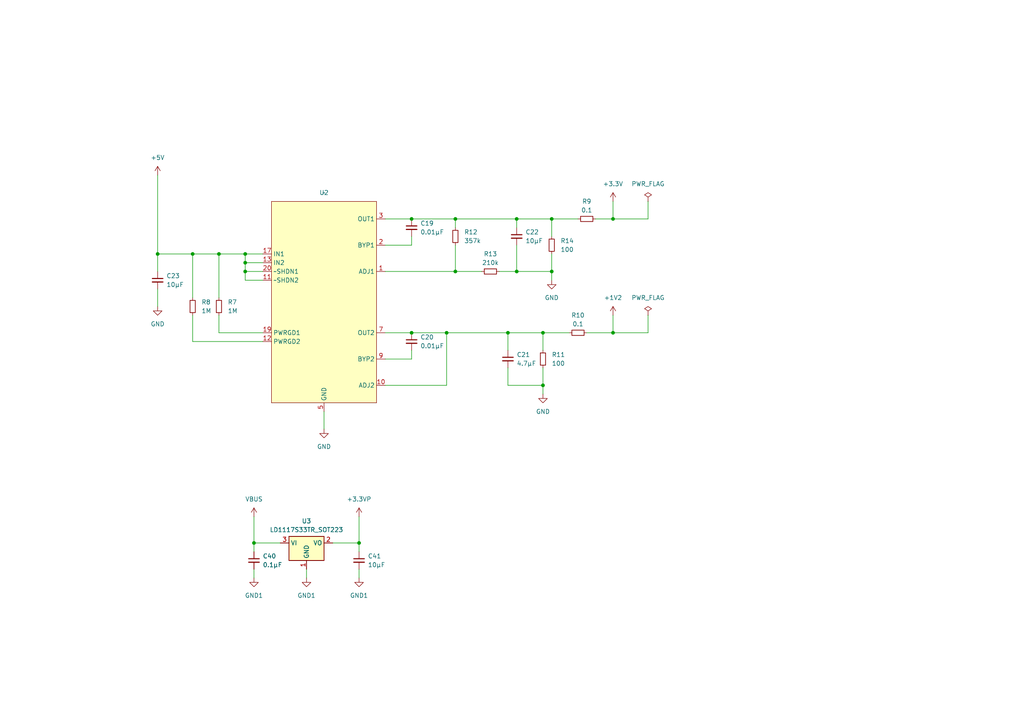
<source format=kicad_sch>
(kicad_sch (version 20230121) (generator eeschema)
  (paper "A4")
  (lib_symbols
    (symbol "Device:C_Small" (pin_numbers hide) (pin_names (offset 0.254) hide)
      (property "Reference" "C" (at 0.254 1.778 0))
      (property "Value" "C_Small" (at 0.254 -2.032 0))
      (symbol "C_Small_0_1"
        (polyline (pts (xy -1.524 -0.508) (xy 1.524 -0.508)) (stroke (width 0.3302)))
        (polyline (pts (xy -1.524 0.508) (xy 1.524 0.508)) (stroke (width 0.3048)))
      )
      (symbol "C_Small_1_1"
        (pin passive line (at 0 2.54 270) (length 2.032) (name "~") (number "1"))
        (pin passive line (at 0 -2.54 90) (length 2.032) (name "~") (number "2"))
      )
    )
    (symbol "Device:R_Small" (pin_numbers hide) (pin_names (offset 0.254) hide)
      (property "Reference" "R" (at 0.762 0.508 0))
      (property "Value" "R_Small" (at 0.762 -1.016 0))
      (symbol "R_Small_0_1"
        (rectangle (start -0.762 1.778) (end 0.762 -1.778) (stroke (width 0.2032)))
      )
      (symbol "R_Small_1_1"
        (pin passive line (at 0 2.54 270) (length 0.762) (name "~") (number "1"))
        (pin passive line (at 0 -2.54 90) (length 0.762) (name "~") (number "2"))
      )
    )
    (symbol "Pavel:LT3030"
      (property "Reference" "U" (at 0 0 0))
      (symbol "LT3030_1_1"
        (rectangle (start -15.24 -2.54) (end 15.24 -60.96) (fill (type background)))
        (pin input line (at 17.78 -22.86 180) (length 2.54) (name "ADJ1") (number "1"))
        (pin input line (at 17.78 -55.88 180) (length 2.54) (name "ADJ2") (number "10"))
        (pin input line (at -17.78 -25.4 0) (length 2.54) (name "~SHDN2") (number "11"))
        (pin input line (at -17.78 -43.18 0) (length 2.54) (name "PWRGD2") (number "12"))
        (pin input line (at -17.78 -20.32 0) (length 2.54) (name "IN2") (number "13"))
        (pin input line (at -17.78 -20.32 0) (length 2.54) hide (name "IN2") (number "14"))
        (pin passive line (at 0 -63.5 90) (length 2.54) hide (name "GND") (number "15"))
        (pin passive line (at 0 -63.5 90) (length 2.54) hide (name "GND") (number "16"))
        (pin input line (at -17.78 -17.78 0) (length 2.54) (name "IN1") (number "17"))
        (pin input line (at -17.78 -17.78 0) (length 2.54) hide (name "IN1") (number "18"))
        (pin input line (at -17.78 -40.64 0) (length 2.54) (name "PWRGD1") (number "19"))
        (pin input line (at 17.78 -15.24 180) (length 2.54) (name "BYP1") (number "2"))
        (pin input line (at -17.78 -22.86 0) (length 2.54) (name "~SHDN1") (number "20"))
        (pin passive line (at 0 -63.5 90) (length 2.54) hide (name "EXPOSED_PIN") (number "21"))
        (pin output line (at 17.78 -7.62 180) (length 2.54) (name "OUT1") (number "3"))
        (pin output line (at 17.78 -7.62 180) (length 2.54) hide (name "OUT1") (number "4"))
        (pin passive line (at 0 -63.5 90) (length 2.54) (name "GND") (number "5"))
        (pin output line (at 0 -63.5 90) (length 2.54) hide (name "GND") (number "6"))
        (pin output line (at 17.78 -40.64 180) (length 2.54) (name "OUT2") (number "7"))
        (pin output line (at 17.78 -40.64 180) (length 2.54) hide (name "OUT2") (number "8"))
        (pin input line (at 17.78 -48.26 180) (length 2.54) (name "BYP2") (number "9"))
      )
    )
    (symbol "Regulator_Linear:LD1117S33TR_SOT223"
      (property "Reference" "U" (at -3.81 3.175 0))
      (property "Value" "LD1117S33TR_SOT223" (at 0 3.175 0))
      (symbol "LD1117S33TR_SOT223_0_1"
        (rectangle (start -5.08 -5.08) (end 5.08 1.905) (stroke (width 0.254)) (fill (type background)))
      )
      (symbol "LD1117S33TR_SOT223_1_1"
        (pin power_in line (at 0 -7.62 90) (length 2.54) (name "GND") (number "1"))
        (pin power_out line (at 7.62 0 180) (length 2.54) (name "VO") (number "2"))
        (pin power_in line (at -7.62 0 0) (length 2.54) (name "VI") (number "3"))
      )
    )
    (symbol "power:+1V2" (power) (pin_names (offset 0))
      (property "Value" "+1V2" (at 0 3.556 0))
      (symbol "+1V2_0_1"
        (polyline (pts (xy -0.762 1.27) (xy 0 2.54)))
        (polyline (pts (xy 0 0) (xy 0 2.54)))
        (polyline (pts (xy 0 2.54) (xy 0.762 1.27)))
      )
      (symbol "+1V2_1_1"
        (pin power_in line (at 0 0 90) (length 0) hide (name "+1V2") (number "1"))
      )
    )
    (symbol "power:+3.3V" (power) (pin_names (offset 0))
      (property "Value" "+3.3V" (at 0 3.556 0))
      (symbol "+3.3V_0_1"
        (polyline (pts (xy -0.762 1.27) (xy 0 2.54)))
        (polyline (pts (xy 0 0) (xy 0 2.54)))
        (polyline (pts (xy 0 2.54) (xy 0.762 1.27)))
      )
      (symbol "+3.3V_1_1"
        (pin power_in line (at 0 0 90) (length 0) hide (name "+3.3V") (number "1"))
      )
    )
    (symbol "power:+3.3VP" (power) (pin_names (offset 0))
      (property "Value" "+3.3VP" (at 0 2.54 0))
      (symbol "+3.3VP_0_0"
        (pin power_in line (at 0 0 90) (length 0) hide (name "+3.3VP") (number "1"))
      )
      (symbol "+3.3VP_0_1"
        (polyline (pts (xy -0.762 1.27) (xy 0 2.54)))
        (polyline (pts (xy 0 0) (xy 0 2.54)))
        (polyline (pts (xy 0 2.54) (xy 0.762 1.27)))
      )
    )
    (symbol "power:+5V" (power) (pin_names (offset 0))
      (property "Value" "+5V" (at 0 3.556 0))
      (symbol "+5V_0_1"
        (polyline (pts (xy -0.762 1.27) (xy 0 2.54)))
        (polyline (pts (xy 0 0) (xy 0 2.54)))
        (polyline (pts (xy 0 2.54) (xy 0.762 1.27)))
      )
      (symbol "+5V_1_1"
        (pin power_in line (at 0 0 90) (length 0) hide (name "+5V") (number "1"))
      )
    )
    (symbol "power:GND" (power) (pin_names (offset 0))
      (property "Value" "GND" (at 0 -3.81 0))
      (symbol "GND_0_1"
        (polyline (pts (xy 0 0) (xy 0 -1.27) (xy 1.27 -1.27) (xy 0 -2.54) (xy -1.27 -1.27) (xy 0 -1.27)))
      )
      (symbol "GND_1_1"
        (pin power_in line (at 0 0 270) (length 0) hide (name "GND") (number "1"))
      )
    )
    (symbol "power:GND1" (power) (pin_names (offset 0))
      (property "Value" "GND1" (at 0 -3.81 0))
      (symbol "GND1_0_1"
        (polyline (pts (xy 0 0) (xy 0 -1.27) (xy 1.27 -1.27) (xy 0 -2.54) (xy -1.27 -1.27) (xy 0 -1.27)))
      )
      (symbol "GND1_1_1"
        (pin power_in line (at 0 0 270) (length 0) hide (name "GND1") (number "1"))
      )
    )
    (symbol "power:PWR_FLAG" (power) (pin_numbers hide) (pin_names (offset 0) hide)
      (property "Value" "PWR_FLAG" (at 0 3.81 0))
      (symbol "PWR_FLAG_0_0"
        (pin power_out line (at 0 0 90) (length 0) (name "pwr") (number "1"))
      )
      (symbol "PWR_FLAG_0_1"
        (polyline (pts (xy 0 0) (xy 0 1.27) (xy -1.016 1.905) (xy 0 2.54) (xy 1.016 1.905) (xy 0 1.27)))
      )
    )
    (symbol "power:VBUS" (power) (pin_names (offset 0))
      (property "Value" "VBUS" (at 0 3.81 0))
      (symbol "VBUS_0_1"
        (polyline (pts (xy -0.762 1.27) (xy 0 2.54)))
        (polyline (pts (xy 0 0) (xy 0 2.54)))
        (polyline (pts (xy 0 2.54) (xy 0.762 1.27)))
      )
      (symbol "VBUS_1_1"
        (pin power_in line (at 0 0 90) (length 0) hide (name "VBUS") (number "1"))
      )
    )
  )
  (junction (at 55.88 73.66))
  (junction (at 160.02 78.74))
  (junction (at 132.08 63.5))
  (junction (at 71.12 78.74))
  (junction (at 157.48 111.76))
  (junction (at 71.12 76.2))
  (junction (at 63.5 73.66))
  (junction (at 129.54 96.52))
  (junction (at 157.48 96.52))
  (junction (at 104.14 157.48))
  (junction (at 177.8 63.5))
  (junction (at 147.32 96.52))
  (junction (at 73.66 157.48))
  (junction (at 119.38 63.5))
  (junction (at 160.02 63.5))
  (junction (at 71.12 73.66))
  (junction (at 119.38 96.52))
  (junction (at 45.72 73.66))
  (junction (at 177.8 96.52))
  (junction (at 132.08 78.74))
  (junction (at 149.86 78.74))
  (junction (at 149.86 63.5))
  (wire (pts (xy 132.08 63.5) (xy 149.86 63.5)))
  (wire (pts (xy 149.86 63.5) (xy 160.02 63.5)))
  (wire (pts (xy 177.8 91.44) (xy 177.8 96.52)))
  (wire (pts (xy 177.8 58.42) (xy 177.8 63.5)))
  (wire (pts (xy 132.08 78.74) (xy 139.7 78.74)))
  (wire (pts (xy 119.38 101.6) (xy 119.38 104.14)))
  (wire (pts (xy 149.86 63.5) (xy 149.86 66.04)))
  (wire (pts (xy 104.14 149.86) (xy 104.14 157.48)))
  (wire (pts (xy 55.88 73.66) (xy 63.5 73.66)))
  (wire (pts (xy 132.08 63.5) (xy 132.08 66.04)))
  (wire (pts (xy 45.72 50.8) (xy 45.72 73.66)))
  (wire (pts (xy 111.76 111.76) (xy 129.54 111.76)))
  (wire (pts (xy 55.88 91.44) (xy 55.88 99.06)))
  (wire (pts (xy 119.38 96.52) (xy 129.54 96.52)))
  (wire (pts (xy 147.32 96.52) (xy 147.32 101.6)))
  (wire (pts (xy 76.2 81.28) (xy 71.12 81.28)))
  (wire (pts (xy 119.38 63.5) (xy 132.08 63.5)))
  (wire (pts (xy 55.88 99.06) (xy 76.2 99.06)))
  (wire (pts (xy 73.66 149.86) (xy 73.66 157.48)))
  (wire (pts (xy 172.72 63.5) (xy 177.8 63.5)))
  (wire (pts (xy 88.9 165.1) (xy 88.9 167.64)))
  (wire (pts (xy 71.12 73.66) (xy 76.2 73.66)))
  (wire (pts (xy 73.66 160.02) (xy 73.66 157.48)))
  (wire (pts (xy 157.48 111.76) (xy 157.48 114.3)))
  (wire (pts (xy 55.88 73.66) (xy 55.88 86.36)))
  (wire (pts (xy 177.8 96.52) (xy 170.18 96.52)))
  (wire (pts (xy 73.66 157.48) (xy 81.28 157.48)))
  (wire (pts (xy 93.98 119.38) (xy 93.98 124.46)))
  (wire (pts (xy 177.8 96.52) (xy 187.96 96.52)))
  (wire (pts (xy 71.12 81.28) (xy 71.12 78.74)))
  (wire (pts (xy 129.54 111.76) (xy 129.54 96.52)))
  (wire (pts (xy 160.02 63.5) (xy 160.02 68.58)))
  (wire (pts (xy 96.52 157.48) (xy 104.14 157.48)))
  (wire (pts (xy 111.76 78.74) (xy 132.08 78.74)))
  (wire (pts (xy 104.14 165.1) (xy 104.14 167.64)))
  (wire (pts (xy 45.72 83.82) (xy 45.72 88.9)))
  (wire (pts (xy 147.32 96.52) (xy 157.48 96.52)))
  (wire (pts (xy 71.12 78.74) (xy 71.12 76.2)))
  (wire (pts (xy 45.72 78.74) (xy 45.72 73.66)))
  (wire (pts (xy 73.66 165.1) (xy 73.66 167.64)))
  (wire (pts (xy 187.96 58.42) (xy 187.96 63.5)))
  (wire (pts (xy 104.14 157.48) (xy 104.14 160.02)))
  (wire (pts (xy 157.48 96.52) (xy 165.1 96.52)))
  (wire (pts (xy 147.32 106.68) (xy 147.32 111.76)))
  (wire (pts (xy 111.76 71.12) (xy 119.38 71.12)))
  (wire (pts (xy 45.72 73.66) (xy 55.88 73.66)))
  (wire (pts (xy 177.8 63.5) (xy 187.96 63.5)))
  (wire (pts (xy 63.5 73.66) (xy 63.5 86.36)))
  (wire (pts (xy 160.02 63.5) (xy 167.64 63.5)))
  (wire (pts (xy 71.12 76.2) (xy 71.12 73.66)))
  (wire (pts (xy 187.96 91.44) (xy 187.96 96.52)))
  (wire (pts (xy 71.12 76.2) (xy 76.2 76.2)))
  (wire (pts (xy 119.38 104.14) (xy 111.76 104.14)))
  (wire (pts (xy 147.32 111.76) (xy 157.48 111.76)))
  (wire (pts (xy 160.02 78.74) (xy 149.86 78.74)))
  (wire (pts (xy 149.86 71.12) (xy 149.86 78.74)))
  (wire (pts (xy 63.5 91.44) (xy 63.5 96.52)))
  (wire (pts (xy 160.02 78.74) (xy 160.02 81.28)))
  (wire (pts (xy 111.76 63.5) (xy 119.38 63.5)))
  (wire (pts (xy 160.02 73.66) (xy 160.02 78.74)))
  (wire (pts (xy 63.5 96.52) (xy 76.2 96.52)))
  (wire (pts (xy 157.48 96.52) (xy 157.48 101.6)))
  (wire (pts (xy 132.08 71.12) (xy 132.08 78.74)))
  (wire (pts (xy 157.48 106.68) (xy 157.48 111.76)))
  (wire (pts (xy 129.54 96.52) (xy 147.32 96.52)))
  (wire (pts (xy 111.76 96.52) (xy 119.38 96.52)))
  (wire (pts (xy 119.38 68.58) (xy 119.38 71.12)))
  (wire (pts (xy 149.86 78.74) (xy 144.78 78.74)))
  (wire (pts (xy 63.5 73.66) (xy 71.12 73.66)))
  (wire (pts (xy 71.12 78.74) (xy 76.2 78.74)))
  (symbol (lib_id "Device:C_Small") (at 119.38 99.06 0) (unit 1)
    (property "Reference" "C20" (at 121.92 97.7963 0) (effects (justify left)))
    (property "Value" "0.01µF" (at 121.92 100.3363 0) (effects (justify left)))
    (property "Footprint" "Capacitor_SMD:C_0603_1608Metric" (effects hide))
  )
  (symbol (lib_id "Device:R_Small") (at 63.5 88.9 0) (unit 1)
    (property "Reference" "R7" (at 66.04 87.63 0) (effects (justify left)))
    (property "Value" "1M" (at 66.04 90.17 0) (effects (justify left)))
    (property "Footprint" "Resistor_SMD:R_0603_1608Metric" (effects hide))
  )
  (symbol (lib_id "Device:C_Small") (at 45.72 81.28 0) (unit 1)
    (property "Reference" "C23" (at 48.26 80.0163 0) (effects (justify left)))
    (property "Value" "10µF" (at 48.26 82.5563 0) (effects (justify left)))
    (property "Footprint" "Capacitor_SMD:C_0603_1608Metric" (effects hide))
  )
  (symbol (lib_id "power:GND1") (at 73.66 167.64 0) (unit 1)
    (property "Reference" "#PWR079" (effects hide))
    (property "Value" "GND1" (at 73.66 172.72 0))
    (instances (project "amurNutzlast" (path "" (reference "#PWR079") (unit 1)) (path "" (reference "#PWR083") (unit 1))))
  )
  (symbol (lib_id "power:GND1") (at 88.9 167.64 0) (unit 1)
    (property "Reference" "#PWR078" (effects hide))
    (property "Value" "GND1" (at 88.9 172.72 0))
    (instances (project "amurNutzlast" (path "" (reference "#PWR078") (unit 1)) (path "" (reference "#PWR085") (unit 1))))
  )
  (symbol (lib_id "power:GND") (at 157.48 114.3 0) (unit 1)
    (property "Reference" "#PWR039" (effects hide))
    (property "Value" "GND" (at 157.48 119.38 0))
  )
  (symbol (lib_id "power:+3.3V") (at 177.8 58.42 0) (unit 1)
    (property "Reference" "#PWR044" (effects hide))
    (property "Value" "+3.3V" (at 177.8 53.34 0))
  )
  (symbol (lib_id "Device:R_Small") (at 167.64 96.52 90) (unit 1)
    (property "Reference" "R10" (at 167.64 91.44 90))
    (property "Value" "0.1" (at 167.64 93.98 90))
    (property "Footprint" "Resistor_SMD:R_0603_1608Metric" (effects hide))
  )
  (symbol (lib_id "Device:R_Small") (at 160.02 71.12 180) (unit 1)
    (property "Reference" "R14" (at 162.56 69.85 0) (effects (justify right)))
    (property "Value" "100" (at 162.56 72.39 0) (effects (justify right)))
    (property "Footprint" "Resistor_SMD:R_0603_1608Metric" (effects hide))
  )
  (symbol (lib_id "power:GND") (at 93.98 124.46 0) (unit 1)
    (property "Reference" "#PWR038" (effects hide))
    (property "Value" "GND" (at 93.98 129.54 0))
  )
  (symbol (lib_id "Device:C_Small") (at 73.66 162.56 0) (unit 1)
    (property "Reference" "C40" (at 76.2 161.2963 0) (effects (justify left)))
    (property "Value" "0.1µF" (at 76.2 163.8363 0) (effects (justify left)))
    (property "Footprint" "Capacitor_SMD:C_0603_1608Metric" (effects hide))
    (instances (project "amurNutzlast" (path "" (reference "C40") (unit 1)) (path "" (reference "C39") (unit 1))))
  )
  (symbol (lib_id "Device:R_Small") (at 55.88 88.9 0) (unit 1)
    (property "Reference" "R8" (at 58.42 87.63 0) (effects (justify left)))
    (property "Value" "1M" (at 58.42 90.17 0) (effects (justify left)))
    (property "Footprint" "Resistor_SMD:R_0603_1608Metric" (effects hide))
  )
  (symbol (lib_id "Device:C_Small") (at 119.38 66.04 0) (unit 1)
    (property "Reference" "C19" (at 121.92 64.7763 0) (effects (justify left)))
    (property "Value" "0.01µF" (at 121.92 67.3163 0) (effects (justify left)))
    (property "Footprint" "Capacitor_SMD:C_0603_1608Metric" (effects hide))
  )
  (symbol (lib_id "Pavel:LT3030") (at 93.98 55.88 0) (unit 1)
    (property "Reference" "U2" (at 93.98 55.88 0))
    (property "Value" "~" (at 93.98 55.88 0))
    (property "Footprint" "Package_SO:HTSSOP-20-1EP_4.4x6.5mm_P0.65mm_EP2.74x3.86mm" (effects hide))
  )
  (symbol (lib_id "power:PWR_FLAG") (at 187.96 91.44 0) (unit 1)
    (property "Reference" "#FLG02" (effects hide))
    (property "Value" "PWR_FLAG" (at 187.96 86.36 0))
  )
  (symbol (lib_id "power:PWR_FLAG") (at 187.96 58.42 0) (unit 1)
    (property "Reference" "#FLG01" (effects hide))
    (property "Value" "PWR_FLAG" (at 187.96 53.34 0))
  )
  (symbol (lib_id "Device:R_Small") (at 132.08 68.58 0) (unit 1)
    (property "Reference" "R12" (at 134.62 67.31 0) (effects (justify left)))
    (property "Value" "357k" (at 134.62 69.85 0) (effects (justify left)))
    (property "Footprint" "Resistor_SMD:R_0603_1608Metric" (effects hide))
  )
  (symbol (lib_id "Device:R_Small") (at 170.18 63.5 90) (unit 1)
    (property "Reference" "R9" (at 170.18 58.42 90))
    (property "Value" "0.1" (at 170.18 60.96 90))
    (property "Footprint" "Resistor_SMD:R_0603_1608Metric" (effects hide))
  )
  (symbol (lib_id "power:+1V2") (at 177.8 91.44 0) (unit 1)
    (property "Reference" "#PWR040" (effects hide))
    (property "Value" "+1V2" (at 177.8 86.36 0))
  )
  (symbol (lib_id "Device:C_Small") (at 104.14 162.56 0) (unit 1)
    (property "Reference" "C41" (at 106.68 161.2963 0) (effects (justify left)))
    (property "Value" "10µF" (at 106.68 163.8363 0) (effects (justify left)))
    (property "Footprint" "Capacitor_SMD:C_0603_1608Metric" (effects hide))
    (instances (project "amurNutzlast" (path "" (reference "C41") (unit 1)) (path "" (reference "C43") (unit 1))))
  )
  (symbol (lib_id "power:+5V") (at 45.72 50.8 0) (unit 1)
    (property "Reference" "#PWR043" (effects hide))
    (property "Value" "+5V" (at 45.72 45.72 0))
  )
  (symbol (lib_id "power:GND") (at 160.02 81.28 0) (unit 1)
    (property "Reference" "#PWR041" (effects hide))
    (property "Value" "GND" (at 160.02 86.36 0))
  )
  (symbol (lib_id "Regulator_Linear:LD1117S33TR_SOT223") (at 88.9 157.48 0) (unit 1)
    (property "Reference" "U3" (at 88.9 151.13 0))
    (property "Value" "LD1117S33TR_SOT223" (at 88.9 153.67 0))
    (property "Footprint" "Package_TO_SOT_SMD:SOT-223-3_TabPin2" (effects hide))
    (property "Datasheet" "http://www.st.com/st-web-ui/static/active/en/resource/technical/document/datasheet/CD00000544.pdf" (effects hide))
    (instances (project "amurNutzlast" (path "" (reference "U3") (unit 1)) (path "" (reference "U7") (unit 1))))
  )
  (symbol (lib_id "Device:R_Small") (at 157.48 104.14 0) (unit 1)
    (property "Reference" "R11" (at 160.02 102.87 0) (effects (justify left)))
    (property "Value" "100" (at 160.02 105.41 0) (effects (justify left)))
    (property "Footprint" "Resistor_SMD:R_0603_1608Metric" (effects hide))
  )
  (symbol (lib_id "power:GND1") (at 104.14 167.64 0) (unit 1)
    (property "Reference" "#PWR080" (effects hide))
    (property "Value" "GND1" (at 104.14 172.72 0))
    (instances (project "amurNutzlast" (path "" (reference "#PWR080") (unit 1)) (path "" (reference "#PWR094") (unit 1))))
  )
  (symbol (lib_id "power:GND") (at 45.72 88.9 0) (unit 1)
    (property "Reference" "#PWR042" (effects hide))
    (property "Value" "GND" (at 45.72 93.98 0))
  )
  (symbol (lib_id "power:VBUS") (at 73.66 149.86 0) (unit 1)
    (property "Reference" "#PWR084" (effects hide))
    (property "Value" "VBUS" (at 73.66 144.78 0))
    (instances (project "amurNutzlast" (path "" (reference "#PWR084") (unit 1)) (path "" (reference "#PWR082") (unit 1))))
  )
  (symbol (lib_id "Device:R_Small") (at 142.24 78.74 90) (unit 1)
    (property "Reference" "R13" (at 142.24 73.66 90))
    (property "Value" "210k" (at 142.24 76.2 90))
    (property "Footprint" "Resistor_SMD:R_0603_1608Metric" (effects hide))
  )
  (symbol (lib_id "Device:C_Small") (at 149.86 68.58 0) (unit 1)
    (property "Reference" "C22" (at 152.4 67.3163 0) (effects (justify left)))
    (property "Value" "10µF" (at 152.4 69.8563 0) (effects (justify left)))
    (property "Footprint" "Capacitor_SMD:C_0603_1608Metric" (effects hide))
  )
  (symbol (lib_id "Device:C_Small") (at 147.32 104.14 0) (unit 1)
    (property "Reference" "C21" (at 149.86 102.8763 0) (effects (justify left)))
    (property "Value" "4.7µF" (at 149.86 105.4163 0) (effects (justify left)))
    (property "Footprint" "Capacitor_SMD:C_0603_1608Metric" (effects hide))
  )
  (symbol (lib_id "power:+3.3VP") (at 104.14 149.86 0) (unit 1)
    (property "Reference" "#PWR081" (effects hide))
    (property "Value" "+3.3VP" (at 104.14 144.78 0))
    (instances (project "amurNutzlast" (path "" (reference "#PWR081") (unit 1)) (path "" (reference "#PWR086") (unit 1))))
  )
)
</source>
